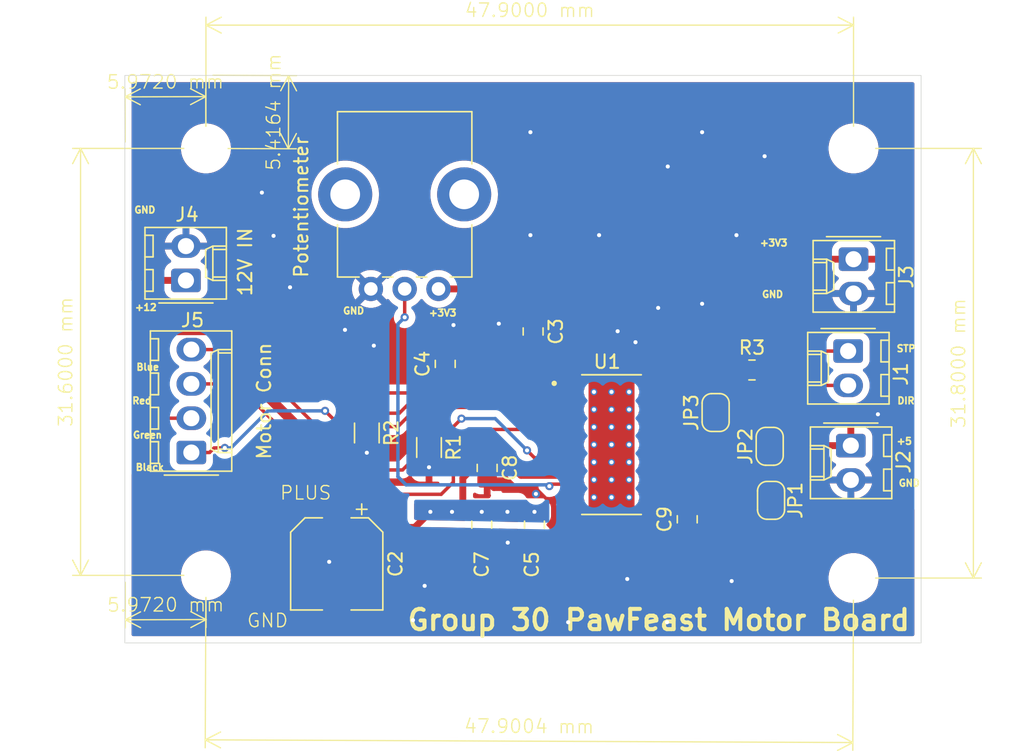
<source format=kicad_pcb>
(kicad_pcb (version 20240108) (generator "pcbnew") (generator_version "8.0")
  (title_block (date "2025-03-31"))
  (layers (0 "F.Cu" signal) (31 "B.Cu" signal) (34 "B.Paste" user) (35 "F.Paste" user) (36 "B.SilkS" user "B.Silkscreen") (37 "F.SilkS" user "F.Silkscreen") (38 "B.Mask" user) (39 "F.Mask" user) (44 "Edge.Cuts" user))
  (net 0 "")
  (net 1 "GND")
  (net 2 "+12V")
  (net 3 "Net-(U1-CP2)")
  (net 4 "Net-(U1-CP1)")
  (net 5 "Net-(U1-VCP)")
  (net 6 "+3V3")
  (net 7 "/STP")
  (net 8 "/DIR")
  (net 9 "+5V")
  (net 10 "Net-(J5-Pin_4)")
  (net 11 "Net-(J5-Pin_1)")
  (net 12 "Net-(J5-Pin_2)")
  (net 13 "Net-(J5-Pin_3)")
  (net 14 "Net-(JP1-B)")
  (net 15 "Net-(JP2-B)")
  (net 16 "Net-(JP3-B)")
  (net 17 "Net-(JP3-A)")
  (net 18 "Net-(U1-ISENB)")
  (net 19 "Net-(U1-ISENA)")
  (net 20 "Net-(U1-AVREF)")
  (footprint "Connector_Molex:Molex_KK-254_AE-6410-02A_1x02_P2.54mm_Vertical" (layer "F.Cu") (at 50.72 49.07 90)
    (property "Reference" "12V IN" (at 1.37 4.38 90) (layer "F.SilkS"))
    (property "Value" "12V Pwr")
    (fp_text user "J4" (at 4.87 0.08 180) (layer "F.SilkS"))
    (pad "1" thru_hole roundrect (at 0 0 90) (size 1.74 2.19) (drill 1.19) (layers "*.Cu" "*.Mask") (roundrect_rratio 0.143678) (net 2 "+12V"))
    (pad "2" thru_hole oval (at 2.54 0 90) (size 1.74 2.19) (drill 1.19) (layers "*.Cu" "*.Mask") (net 1 "GND"))
  )
  (footprint "Resistor_SMD:R_1206_3216Metric" (layer "F.Cu") (at 68.7 61.4375 -90)
    (property "Reference" "R1" (at 0 -1.82 90) (layer "F.SilkS"))
    (property "Value" "0.10")
    (pad "1" smd roundrect (at -1.4625 0 270) (size 1.125 1.75) (layers "F.Cu" "F.Paste" "F.Mask") (roundrect_rratio 0.222222) (net 18 "Net-(U1-ISENB)"))
    (pad "2" smd roundrect (at 1.4625 0 270) (size 1.125 1.75) (layers "F.Cu" "F.Paste" "F.Mask") (roundrect_rratio 0.222222) (net 1 "GND"))
  )
  (footprint "Connector_Molex:Molex_KK-254_AE-6410-02A_1x02_P2.54mm_Vertical" (layer "F.Cu") (at 99.7 54.3 -90)
    (property "Reference" "J1" (at 1.7 -3.9 90) (layer "F.SilkS"))
    (property "Value" "Conn_01x02" (hide yes))
    (pad "1" thru_hole roundrect (at 0 0 270) (size 1.74 2.19) (drill 1.19) (layers "*.Cu" "*.Mask") (roundrect_rratio 0.143678) (net 7 "/STP"))
    (pad "2" thru_hole oval (at 2.54 0 270) (size 1.74 2.19) (drill 1.19) (layers "*.Cu" "*.Mask") (net 8 "/DIR"))
  )
  (footprint "Capacitor_SMD:CP_Elec_6.3x5.8" (layer "F.Cu") (at 61.8744 70.0532 -90)
    (property "Reference" "C2" (at 0 -4.35 -90) (layer "F.SilkS"))
    (property "Value" "100uF")
    (pad "1" smd roundrect (at -2.7 0 270) (size 3.5 1.6) (layers "F.Cu" "F.Paste" "F.Mask") (roundrect_rratio 0.15625) (net 2 "+12V"))
    (pad "2" smd roundrect (at 2.7 0 270) (size 3.5 1.6) (layers "F.Cu" "F.Paste" "F.Mask") (roundrect_rratio 0.15625) (net 1 "GND"))
  )
  (footprint "MountingHole:MountingHole_3.2mm_M3" (layer "F.Cu") (at 100.1 39.3)
    (property "Reference" "H3" (hide yes))
    (property "Value" "MountingHole")
    (pad "" np_thru_hole circle (at 0 0) (size 3.2 3.2) (drill 3.2) (layers "*.Cu" "*.Mask"))
  )
  (footprint "MountingHole:MountingHole_3.2mm_M3" (layer "F.Cu") (at 52.2 39.3)
    (property "Reference" "H1" (hide yes))
    (property "Value" "MountingHole")
    (pad "" np_thru_hole circle (at 0 0) (size 3.2 3.2) (drill 3.2) (layers "*.Cu" "*.Mask"))
  )
  (footprint "Resistor_SMD:R_0805_2012Metric" (layer "F.Cu") (at 92.5875 55.7)
    (property "Reference" "R3" (at 0 -1.65 0) (layer "F.SilkS"))
    (property "Value" "10k")
    (pad "1" smd roundrect (at -0.9125 0) (size 1.025 1.4) (layers "F.Cu" "F.Paste" "F.Mask") (roundrect_rratio 0.243902) (net 16 "Net-(JP3-B)"))
    (pad "2" smd roundrect (at 0.9125 0) (size 1.025 1.4) (layers "F.Cu" "F.Paste" "F.Mask") (roundrect_rratio 0.243902) (net 9 "+5V"))
  )
  (footprint "Capacitor_SMD:C_0805_2012Metric" (layer "F.Cu") (at 72.6 67.15 -90)
    (property "Reference" "C7" (at 2.95 0 90) (layer "F.SilkS"))
    (property "Value" "0.1uF")
    (pad "1" smd roundrect (at -0.95 0 270) (size 1 1.45) (layers "F.Cu" "F.Paste" "F.Mask") (net 2 "+12V"))
    (pad "2" smd roundrect (at 0.95 0 270) (size 1 1.45) (layers "F.Cu" "F.Paste" "F.Mask") (net 1 "GND"))
  )
  (footprint "Jumper:SolderJumper-2_P1.3mm_Bridged_RoundedPad1.0x1.5mm" (layer "F.Cu") (at 94 65.35 -90)
    (property "Reference" "JP1" (at 0 -1.8 90) (layer "F.SilkS"))
    (property "Value" "SolderJumper_2_Bridged" (hide yes))
    (fp_poly (pts (xy 0.25 -0.3) (xy -0.25 -0.3) (xy -0.25 0.3) (xy 0.25 0.3)) (fill solid) (layer "F.Cu"))
    (pad "1" smd custom (at -0.65 0 270) (size 1 0.5) (layers "F.Cu" "F.Mask") (net 9 "+5V") (options (clearance outline) (anchor rect)) (primitives (gr_circle (center 0 0.25) (end 0.5 0.25) (width 0) (fill yes)) (gr_circle (center 0 -0.25) (end 0.5 -0.25) (width 0) (fill yes)) (gr_poly (pts (xy 0.5 0.75) (xy 0 0.75) (xy 0 -0.75) (xy 0.5 -0.75)) (width 0) (fill yes))))
    (pad "2" smd custom (at 0.65 0 270) (size 1 0.5) (layers "F.Cu" "F.Mask") (net 14 "Net-(JP1-B)") (options (clearance outline) (anchor rect)) (primitives (gr_circle (center 0 0.25) (end 0.5 0.25) (width 0) (fill yes)) (gr_circle (center 0 -0.25) (end 0.5 -0.25) (width 0) (fill yes)) (gr_poly (pts (xy 0 0.75) (xy -0.5 0.75) (xy -0.5 -0.75) (xy 0 -0.75)) (width 0) (fill yes))))
  )
  (footprint "Jumper:SolderJumper-2_P1.3mm_Bridged_RoundedPad1.0x1.5mm" (layer "F.Cu") (at 89.9 58.85 90)
    (property "Reference" "JP3" (at 0 -1.8 90) (layer "F.SilkS"))
    (property "Value" "SolderJumper_2_Bridged" (hide yes))
    (fp_poly (pts (xy 0.25 -0.3) (xy -0.25 -0.3) (xy -0.25 0.3) (xy 0.25 0.3)) (fill solid) (layer "F.Cu"))
    (pad "1" smd custom (at -0.65 0 90) (size 1 0.5) (layers "F.Cu" "F.Mask") (net 17 "Net-(JP3-A)") (options (clearance outline) (anchor rect)) (primitives (gr_circle (center 0 0.25) (end 0.5 0.25) (width 0) (fill yes)) (gr_circle (center 0 -0.25) (end 0.5 -0.25) (width 0) (fill yes)) (gr_poly (pts (xy 0.5 0.75) (xy 0 0.75) (xy 0 -0.75) (xy 0.5 -0.75)) (width 0) (fill yes))))
    (pad "2" smd custom (at 0.65 0 90) (size 1 0.5) (layers "F.Cu" "F.Mask") (net 16 "Net-(JP3-B)") (options (clearance outline) (anchor rect)) (primitives (gr_circle (center 0 0.25) (end 0.5 0.25) (width 0) (fill yes)) (gr_circle (center 0 -0.25) (end 0.5 -0.25) (width 0) (fill yes)) (gr_poly (pts (xy 0 0.75) (xy -0.5 0.75) (xy -0.5 -0.75) (xy 0 -0.75)) (width 0) (fill yes))))
  )
  (footprint "Capacitor_SMD:C_0805_2012Metric" (layer "F.Cu") (at 69.9 55.25 90)
    (property "Reference" "C4" (at 0 -1.68 90) (layer "F.SilkS"))
    (property "Value" "0.1uF")
    (pad "1" smd roundrect (at -0.95 0 90) (size 1 1.45) (layers "F.Cu" "F.Paste" "F.Mask") (net 2 "+12V"))
    (pad "2" smd roundrect (at 0.95 0 90) (size 1 1.45) (layers "F.Cu" "F.Paste" "F.Mask") (net 5 "Net-(U1-VCP)"))
  )
  (footprint "Capacitor_SMD:C_0805_2012Metric" (layer "F.Cu") (at 76.5 67.15 -90)
    (property "Reference" "C5" (at 2.954 0.2 90) (layer "F.SilkS"))
    (property "Value" "4.7uF")
    (pad "1" smd roundrect (at -0.95 0 270) (size 1 1.45) (layers "F.Cu" "F.Paste" "F.Mask") (net 2 "+12V"))
    (pad "2" smd roundrect (at 0.95 0 270) (size 1 1.45) (layers "F.Cu" "F.Paste" "F.Mask") (net 1 "GND"))
  )
  (footprint "Connector_Molex:Molex_KK-254_AE-6410-04A_1x04_P2.54mm_Vertical" (layer "F.Cu") (at 51.12 61.81 90)
    (property "Reference" "Motor Conn" (at 3.81 5.38 90) (layer "F.SilkS"))
    (property "Value" "J5" (at 9.7908 0.0864 180) (layer "F.SilkS"))
    (pad "1" thru_hole roundrect (at 0 0 90) (size 1.74 2.19) (drill 1.19) (layers "*.Cu" "*.Mask") (roundrect_rratio 0.143678) (net 11 "Net-(J5-Pin_1)"))
    (pad "2" thru_hole oval (at 2.54 0 90) (size 1.74 2.19) (drill 1.19) (layers "*.Cu" "*.Mask") (net 12 "Net-(J5-Pin_2)"))
    (pad "3" thru_hole oval (at 5.08 0 90) (size 1.74 2.19) (drill 1.19) (layers "*.Cu" "*.Mask") (net 13 "Net-(J5-Pin_3)"))
    (pad "4" thru_hole oval (at 7.62 0 90) (size 1.74 2.19) (drill 1.19) (layers "*.Cu" "*.Mask") (net 10 "Net-(J5-Pin_4)"))
  )
  (footprint "Resistor_SMD:R_1206_3216Metric" (layer "F.Cu") (at 64.1 60.3625 -90)
    (property "Reference" "R2" (at 0 -1.82 90) (layer "F.SilkS"))
    (property "Value" "0.10")
    (pad "1" smd roundrect (at -1.4625 0 270) (size 1.125 1.75) (layers "F.Cu" "F.Paste" "F.Mask") (roundrect_rratio 0.222222) (net 19 "Net-(U1-ISENA)"))
    (pad "2" smd roundrect (at 1.4625 0 270) (size 1.125 1.75) (layers "F.Cu" "F.Paste" "F.Mask") (roundrect_rratio 0.222222) (net 1 "GND"))
  )
  (footprint "MountingHole:MountingHole_3.2mm_M3" (layer "F.Cu") (at 52.2 70.9)
    (property "Reference" "H4" (hide yes))
    (property "Value" "MountingHole")
    (pad "" np_thru_hole circle (at 0 0) (size 3.2 3.2) (drill 3.2) (layers "*.Cu" "*.Mask"))
  )
  (footprint "Capacitor_SMD:C_0805_2012Metric" (layer "F.Cu") (at 87.8 66.75 90)
    (property "Reference" "C9" (at 0 -1.68 90) (layer "F.SilkS"))
    (property "Value" "0.47uF")
    (pad "1" smd roundrect (at -0.95 0 90) (size 1 1.45) (layers "F.Cu" "F.Paste" "F.Mask") (net 1 "GND"))
    (pad "2" smd roundrect (at 0.95 0 90) (size 1 1.45) (layers "F.Cu" "F.Paste" "F.Mask") (net 6 "+3V3"))
  )
  (footprint "Potentiometer_THT:Potentiometer_Bourns_PTV09A-1_Single_Vertical" (layer "F.Cu") (at 69.4 49.7 90)
    (property "Reference" "Potentiometer" (at 6.05 -10.15 90) (layer "F.SilkS"))
    (property "Value" "10k")
    (pad "" np_thru_hole circle (at 7 -6.9 90) (size 4 4) (drill 2.2) (layers "F&B.Cu" "*.Mask"))
    (pad "" np_thru_hole circle (at 7 1.9 90) (size 4 4) (drill 2.2) (layers "F&B.Cu" "*.Mask"))
    (pad "1" thru_hole circle (at 0 0 90) (size 1.8 1.8) (drill 1) (layers "*.Cu" "*.Mask") (net 6 "+3V3"))
    (pad "2" thru_hole circle (at 0 -2.5 90) (size 1.8 1.8) (drill 1) (layers "*.Cu" "*.Mask") (net 20 "Net-(U1-AVREF)"))
    (pad "3" thru_hole circle (at 0 -5 90) (size 1.8 1.8) (drill 1) (layers "*.Cu" "*.Mask") (net 1 "GND"))
  )
  (footprint "Connector_Molex:Molex_KK-254_AE-6410-02A_1x02_P2.54mm_Vertical" (layer "F.Cu") (at 99.9 61.3 -90)
    (property "Reference" "J2" (at 1.2 -3.9 90) (layer "F.SilkS"))
    (property "Value" "Conn_01x02" (hide yes))
    (pad "1" thru_hole roundrect (at 0 0 270) (size 1.74 2.19) (drill 1.19) (layers "*.Cu" "*.Mask") (roundrect_rratio 0.143678) (net 9 "+5V"))
    (pad "2" thru_hole oval (at 2.54 0 270) (size 1.74 2.19) (drill 1.19) (layers "*.Cu" "*.Mask") (net 1 "GND"))
  )
  (footprint "Capacitor_SMD:C_0805_2012Metric" (layer "F.Cu") (at 76.4 52.85 -90)
    (property "Reference" "C3" (at 0 -1.68 90) (layer "F.SilkS"))
    (property "Value" "10uF")
    (pad "1" smd roundrect (at -0.95 0 270) (size 1 1.45) (layers "F.Cu" "F.Paste" "F.Mask") (net 4 "Net-(U1-CP1)"))
    (pad "2" smd roundrect (at 0.95 0 270) (size 1 1.45) (layers "F.Cu" "F.Paste" "F.Mask") (net 3 "Net-(U1-CP2)"))
  )
  (footprint "Capacitor_SMD:C_0805_2012Metric" (layer "F.Cu") (at 73 62.95 -90)
    (property "Reference" "C8" (at 0 -1.68 90) (layer "F.SilkS"))
    (property "Value" "0.1uF")
    (pad "1" smd roundrect (at -0.95 0 270) (size 1 1.45) (layers "F.Cu" "F.Paste" "F.Mask") (net 2 "+12V"))
    (pad "2" smd roundrect (at 0.95 0 270) (size 1 1.45) (layers "F.Cu" "F.Paste" "F.Mask") (net 1 "GND"))
  )
  (footprint "MountingHole:MountingHole_3.2mm_M3" (layer "F.Cu") (at 100.1 71.1)
    (property "Reference" "H2" (hide yes))
    (property "Value" "MountingHole")
    (pad "" np_thru_hole circle (at 0 0) (size 3.2 3.2) (drill 3.2) (layers "*.Cu" "*.Mask"))
  )
  (footprint "Jumper:SolderJumper-2_P1.3mm_Bridged_RoundedPad1.0x1.5mm" (layer "F.Cu") (at 93.9 61.35 90)
    (property "Reference" "JP2" (at 0 -1.8 90) (layer "F.SilkS"))
    (property "Value" "SolderJumper_2_Bridged" (hide yes))
    (fp_poly (pts (xy 0.25 -0.3) (xy -0.25 -0.3) (xy -0.25 0.3) (xy 0.25 0.3)) (fill solid) (layer "F.Cu"))
    (pad "1" smd custom (at -0.65 0 90) (size 1 0.5) (layers "F.Cu" "F.Mask") (net 9 "+5V") (options (clearance outline) (anchor rect)) (primitives (gr_circle (center 0 0.25) (end 0.5 0.25) (width 0) (fill yes)) (gr_circle (center 0 -0.25) (end 0.5 -0.25) (width 0) (fill yes)) (gr_poly (pts (xy 0.5 0.75) (xy 0 0.75) (xy 0 -0.75) (xy 0.5 -0.75)) (width 0) (fill yes))))
    (pad "2" smd custom (at 0.65 0 90) (size 1 0.5) (layers "F.Cu" "F.Mask") (net 15 "Net-(JP2-B)") (options (clearance outline) (anchor rect)) (primitives (gr_circle (center 0 0.25) (end 0.5 0.25) (width 0) (fill yes)) (gr_circle (center 0 -0.25) (end 0.5 -0.25) (width 0) (fill yes)) (gr_poly (pts (xy 0 0.75) (xy -0.5 0.75) (xy -0.5 -0.75) (xy 0 -0.75)) (width 0) (fill yes))))
  )
  (footprint "DRV8825:IC_TPS61196PWPRQ1" (layer "F.Cu") (at 82.2 61.225)
    (property "Reference" "U1" (at -0.325 -6.135 0) (layer "F.SilkS"))
    (property "Value" "DRV8825PWPR")
    (pad "1" smd rect (at -2.8 -4.225) (size 1.6 0.3) (layers "F.Cu") (net 4 "Net-(U1-CP1)"))
    (pad "2" smd rect (at -2.8 -3.575) (size 1.6 0.3) (layers "F.Cu") (net 3 "Net-(U1-CP2)"))
    (pad "3" smd rect (at -2.8 -2.925) (size 1.6 0.3) (layers "F.Cu") (net 5 "Net-(U1-VCP)"))
    (pad "4" smd rect (at -2.8 -2.275) (size 1.6 0.3) (layers "F.Cu") (net 2 "+12V"))
    (pad "5" smd rect (at -2.8 -1.625) (size 1.6 0.3) (layers "F.Cu") (net 12 "Net-(J5-Pin_2)"))
    (pad "6" smd rect (at -2.8 -0.975) (size 1.6 0.3) (layers "F.Cu") (net 19 "Net-(U1-ISENA)"))
    (pad "7" smd rect (at -2.8 -0.325) (size 1.6 0.3) (layers "F.Cu") (net 11 "Net-(J5-Pin_1)"))
    (pad "8" smd rect (at -2.8 0.325) (size 1.6 0.3) (layers "F.Cu") (net 10 "Net-(J5-Pin_4)"))
    (pad "9" smd rect (at -2.8 0.975) (size 1.6 0.3) (layers "F.Cu") (net 18 "Net-(U1-ISENB)"))
    (pad "10" smd rect (at -2.8 1.625) (size 1.6 0.3) (layers "F.Cu") (net 13 "Net-(J5-Pin_3)"))
    (pad "11" smd rect (at -2.8 2.275) (size 1.6 0.3) (layers "F.Cu") (net 2 "+12V"))
    (pad "12" smd rect (at -2.8 2.925) (size 1.6 0.3) (layers "F.Cu") (net 20 "Net-(U1-AVREF)"))
    (pad "13" smd rect (at -2.8 3.575) (size 1.6 0.3) (layers "F.Cu") (net 20 "Net-(U1-AVREF)"))
    (pad "14" smd rect (at -2.8 4.225) (size 1.6 0.3) (layers "F.Cu") (net 1 "GND"))
    (pad "15" smd rect (at 2.8 4.225) (size 1.6 0.3) (layers "F.Cu") (net 6 "+3V3"))
    (pad "16" smd rect (at 2.8 3.575) (size 1.6 0.3) (layers "F.Cu") (net 14 "Net-(JP1-B)"))
    (pad "17" smd rect (at 2.8 2.925) (size 1.6 0.3) (layers "F.Cu") (net 15 "Net-(JP2-B)"))
    (pad "18" smd rect (at 2.8 2.275) (size 1.6 0.3) (layers "F.Cu") (net 17 "Net-(JP3-A)"))
    (pad "19" smd rect (at 2.8 1.625) (size 1.6 0.3) (layers "F.Cu"))
    (pad "20" smd rect (at 2.8 0.975) (size 1.6 0.3) (layers "F.Cu") (net 8 "/DIR"))
    (pad "21" smd rect (at 2.8 0.325) (size 1.6 0.3) (layers "F.Cu"))
    (pad "22" smd rect (at 2.8 -0.325) (size 1.6 0.3) (layers "F.Cu") (net 7 "/STP"))
    (pad "23" smd rect (at 2.8 -0.975) (size 1.6 0.3) (layers "F.Cu"))
    (pad "24" smd rect (at 2.8 -1.625) (size 1.6 0.3) (layers "F.Cu"))
    (pad "25" smd rect (at 2.8 -2.275) (size 1.6 0.3) (layers "F.Cu"))
    (pad "26" smd rect (at 2.8 -2.925) (size 1.6 0.3) (layers "F.Cu"))
    (pad "27" smd rect (at 2.8 -3.575) (size 1.6 0.3) (layers "F.Cu"))
    (pad "28" smd rect (at 2.8 -4.225) (size 1.6 0.3) (layers "F.Cu") (net 1 "GND"))
    (pad "29" smd rect (at 0 0) (size 3.4 9.7) (layers "F.Cu"))
    (pad "30" thru_hole circle (at 0 0) (size 0.5 0.5) (drill 0.3) (layers "*.Cu"))
    (pad "31" thru_hole circle (at 0 -1.3) (size 0.5 0.5) (drill 0.3) (layers "*.Cu"))
    (pad "32" thru_hole circle (at 0 -2.6) (size 0.5 0.5) (drill 0.3) (layers "*.Cu"))
    (pad "33" thru_hole circle (at 0 -3.9) (size 0.5 0.5) (drill 0.3) (layers "*.Cu"))
    (pad "34" thru_hole circle (at 0 1.3) (size 0.5 0.5) (drill 0.3) (layers "*.Cu"))
    (pad "35" thru_hole circle (at 0 2.6) (size 0.5 0.5) (drill 0.3) (layers "*.Cu"))
    (pad "36" thru_hole circle (at 0 3.9) (size 0.5 0.5) (drill 0.3) (layers "*.Cu"))
    (pad "37" thru_hole circle (at -1.3 -3.9) (size 0.5 0.5) (drill 0.3) (layers "*.Cu"))
    (pad "38" thru_hole circle (at 1.3 -3.9) (size 0.5 0.5) (drill 0.3) (layers "*.Cu"))
    (pad "39" thru_hole circle (at -1.3 -2.6) (size 0.5 0.5) (drill 0.3) (layers "*.Cu"))
    (pad "40" thru_hole circle (at 1.3 -2.6) (size 0.5 0.5) (drill 0.3) (layers "*.Cu"))
    (pad "41" thru_hole circle (at 1.3 -1.3) (size 0.5 0.5) (drill 0.3) (layers "*.Cu"))
    (pad "42" thru_hole circle (at -1.3 -1.3) (size 0.5 0.5) (drill 0.3) (layers "*.Cu"))
    (pad "43" thru_hole circle (at -1.3 0) (size 0.5 0.5) (drill 0.3) (layers "*.Cu"))
    (pad "44" thru_hole circle (at 1.3 0) (size 0.5 0.5) (drill 0.3) (layers "*.Cu"))
    (pad "45" thru_hole circle (at -1.3 1.3) (size 0.5 0.5) (drill 0.3) (layers "*.Cu"))
    (pad "46" thru_hole circle (at 1.3 1.3) (size 0.5 0.5) (drill 0.3) (layers "*.Cu"))
    (pad "47" thru_hole circle (at -1.3 2.6) (size 0.5 0.5) (drill 0.3) (layers "*.Cu"))
    (pad "48" thru_hole circle (at 1.3 2.6) (size 0.5 0.5) (drill 0.3) (layers "*.Cu"))
    (pad "49" thru_hole circle (at -1.3 3.9) (size 0.5 0.5) (drill 0.3) (layers "*.Cu"))
    (pad "50" thru_hole circle (at 1.3 3.9) (size 0.5 0.5) (drill 0.3) (layers "*.Cu"))
  )
  (footprint "Connector_Molex:Molex_KK-254_AE-6410-02A_1x02_P2.54mm_Vertical" (layer "F.Cu") (at 100.1 47.5 -90)
    (property "Reference" "J3" (at 1.3 -3.9 90) (layer "F.SilkS"))
    (property "Value" "Conn_01x02" (hide yes))
    (pad "1" thru_hole roundrect (at 0 0 270) (size 1.74 2.19) (drill 1.19) (layers "*.Cu" "*.Mask") (roundrect_rratio 0.143678) (net 6 "+3V3"))
    (pad "2" thru_hole oval (at 2.54 0 270) (size 1.74 2.19) (drill 1.19) (layers "*.Cu" "*.Mask") (net 1 "GND"))
  )
  (gr_rect (start 46.2 33.9) (end 105.1 75.9) (stroke (width 0.05)) (fill none) (layer "Edge.Cuts"))
  (gr_text "+3V3" (at 68.6308 51.7652 0) (layer "F.SilkS") (effects (font (size 0.5 0.5) (thickness 0.125) (bold yes)) (justify left bottom)))
  (gr_text "GND" (at 55.1688 74.8284 0) (layer "F.SilkS") (effects (font (size 1 1) (thickness 0.1)) (justify left bottom)))
  (gr_text "DIR" (at 103.2764 58.2676 0) (layer "F.SilkS") (effects (font (size 0.5 0.5) (thickness 0.125) (bold yes)) (justify left bottom)))
  (gr_text "GND" (at 103.378 64.3636 0) (layer "F.SilkS") (effects (font (size 0.5 0.5) (thickness 0.125) (bold yes)) (justify left bottom)))
  (gr_text "+12" (at 46.8884 51.3588 0) (layer "F.SilkS") (effects (font (size 0.5 0.5) (thickness 0.125) (bold yes)) (justify left bottom)))
  (gr_text "GND" (at 62.2808 51.6128 0) (layer "F.SilkS") (effects (font (size 0.5 0.5) (thickness 0.125) (bold yes)) (justify left bottom)))
  (gr_text "PLUS" (at 57.6072 65.3796 0) (layer "F.SilkS") (effects (font (size 1 1) (thickness 0.1)) (justify left bottom)))
  (gr_text "Red\n" (at 46.6852 58.2676 0) (layer "F.SilkS") (effects (font (size 0.5 0.5) (thickness 0.125) (bold yes)) (justify left bottom)))
  (gr_text "+5" (at 103.2256 61.2648 0) (layer "F.SilkS") (effects (font (size 0.5 0.5) (thickness 0.125) (bold yes)) (justify left bottom)))
  (gr_text "Green" (at 46.736 60.8076 0) (layer "F.SilkS") (effects (font (size 0.5 0.5) (thickness 0.125) (bold yes)) (justify left bottom)))
  (gr_text "STP\n" (at 103.2256 54.4068 0) (layer "F.SilkS") (effects (font (size 0.5 0.5) (thickness 0.125) (bold yes)) (justify left bottom)))
  (gr_text "+3V3" (at 93.1164 46.5836 0) (layer "F.SilkS") (effects (font (size 0.5 0.5) (thickness 0.125) (bold yes)) (justify left bottom)))
  (gr_text "Blue" (at 46.99 55.7784 0) (layer "F.SilkS") (effects (font (size 0.5 0.5) (thickness 0.125) (bold yes)) (justify left bottom)))
  (gr_text "Black\n" (at 46.9392 63.1952 0) (layer "F.SilkS") (effects (font (size 0.5 0.5) (thickness 0.125) (bold yes)) (justify left bottom)))
  (gr_text "GND" (at 93.2688 50.3936 0) (layer "F.SilkS") (effects (font (size 0.5 0.5) (thickness 0.125) (bold yes)) (justify left bottom)))
  (gr_text "GND" (at 46.8376 44.1452 0) (layer "F.SilkS") (effects (font (size 0.5 0.5) (thickness 0.125) (bold yes)) (justify left bottom)))
  (gr_text "Group 30 PawFeast Motor Board" (at 66.9544 75.0824 0) (layer "F.SilkS") (effects (font (size 1.5 1.5) (thickness 0.3) (bold yes)) (justify left bottom)))
  (dimension (type aligned) (layer "F.SilkS") (pts (xy 100.1 39.3) (xy 100.1 71.1)) (height -8.866) (gr_text "31.8000 mm" (at 107.866 55.2 90) (layer "F.SilkS") (effects (font (size 1 1) (thickness 0.1)))) (format (prefix "") (suffix "") (units 3) (units_format 1) (precision 4)) (style (thickness 0.1) (arrow_length 1.27) (text_position_mode 0) (extension_height 0.58642) (extension_offset 0.5) keep_text_aligned))
  (dimension (type aligned) (layer "F.SilkS") (pts (xy 52.2 39.3) (xy 46.228 39.3192)) (height 3.833657) (gr_text "5.9720 mm" (at 49.198139 34.375969 0.1842054884) (layer "F.SilkS") (effects (font (size 1 1) (thickness 0.1)))) (format (prefix "") (suffix "") (units 3) (units_format 1) (precision 4)) (style (thickness 0.1) (arrow_length 1.27) (text_position_mode 0) (extension_height 0.58642) (extension_offset 0.5) keep_text_aligned))
  (dimension (type aligned) (layer "F.SilkS") (pts (xy 52.2 70.9) (xy 100.1 71.1)) (height 12.175775) (gr_text "47.9004 mm" (at 76.103755 82.075679 359.7607706) (layer "F.SilkS") (effects (font (size 1 1) (thickness 0.1)))) (format (prefix "") (suffix "") (units 3) (units_format 1) (precision 4)) (style (thickness 0.1) (arrow_length 1.27) (text_position_mode 0) (extension_height 0.58642) (extension_offset 0.5) keep_text_aligned))
  (dimension (type aligned) (layer "F.SilkS") (pts (xy 52.2 39.3) (xy 52.2 70.9)) (height 9.274) (gr_text "31.6000 mm" (at 41.826 55.1 90) (layer "F.SilkS") (effects (font (size 1 1) (thickness 0.1)))) (format (prefix "") (suffix "") (units 3) (units_format 1) (precision 4)) (style (thickness 0.1) (arrow_length 1.27) (text_position_mode 0) (extension_height 0.58642) (extension_offset 0.5) keep_text_aligned))
  (dimension (type aligned) (layer "F.SilkS") (pts (xy 52.2 39.3) (xy 100.1 39.3)) (height -9.1248) (gr_text "47.9000 mm" (at 76.15 29.0752 0) (layer "F.SilkS") (effects (font (size 1 1) (thickness 0.1)))) (format (prefix "") (suffix "") (units 3) (units_format 1) (precision 4)) (style (thickness 0.1) (arrow_length 1.27) (text_position_mode 0) (extension_height 0.58642) (extension_offset 0.5) keep_text_aligned))
  (dimension (type aligned) (layer "F.SilkS") (pts (xy 52.2 39.3) (xy 52.2224 33.8836)) (height 6.096192) (gr_text "5.4164 mm" (at 57.207349 36.612462 89.7630496) (layer "F.SilkS") (effects (font (size 1 1) (thickness 0.1)))) (format (prefix "") (suffix "") (units 3) (units_format 1) (precision 4)) (style (thickness 0.1) (arrow_length 1.27) (text_position_mode 0) (extension_height 0.58642) (extension_offset 0.5) keep_text_aligned))
  (dimension (type aligned) (layer "F.SilkS") (pts (xy 52.2 70.9) (xy 46.228 70.9168)) (height -3.272214) (gr_text "5.9720 mm" (at 49.220111 73.080605 0.1611799325) (layer "F.SilkS") (effects (font (size 1 1) (thickness 0.1)))) (format (prefix "") (suffix "") (units 3) (units_format 1) (precision 4)) (style (thickness 0.1) (arrow_length 1.27) (text_position_mode 0) (extension_height 0.58642) (extension_offset 0.5) keep_text_aligned))
  (segment (start 73.499938 64.399938) (end 76.499717 64.399938) (width 0.508) (layer "F.Cu") (net 1))
  (segment (start 80.992 67.7) (end 83.4136 67.7) (width 0.508) (layer "F.Cu") (net 1))
  (segment (start 73 63.9) (end 73.499938 64.399938) (width 0.508) (layer "F.Cu") (net 1))
  (segment (start 77.632621 65.45) (end 79.4 65.45) (width 0.254) (layer "F.Cu") (net 1))
  (segment (start 76.570428 64.429228) (end 77.561911 65.420711) (width 0.254) (layer "F.Cu") (net 1))
  (segment (start 79.4 66.108) (end 80.992 67.7) (width 0.508) (layer "F.Cu") (net 1))
  (segment (start 83.4136 67.7) (end 87.8 67.7) (width 0.508) (layer "F.Cu") (net 1))
  (segment (start 79.4 65.45) (end 79.4 66.108) (width 0.508) (layer "F.Cu") (net 1))
  (via (at 88.9 38.1) (size 0.6) (drill 0.3) (layers "F.Cu" "B.Cu") (net 1))
  (via (at 78.994 74.3712) (size 0.6) (drill 0.3) (layers "F.Cu" "B.Cu") (net 1))
  (via (at 58.42 49.5808) (size 0.6) (drill 0.3) (layers "F.Cu" "B.Cu") (net 1))
  (via (at 91.44 45.72) (size 0.6) (drill 0.3) (layers "F.Cu" "B.Cu") (net 1))
  (via (at 68.3768 71.6788) (size 0.6) (drill 0.3) (layers "F.Cu" "B.Cu") (net 1))
  (via (at 83.9724 53.6448) (size 0.6) (drill 0.3) (layers "F.Cu" "B.Cu") (net 1))
  (via (at 82.6516 52.832) (size 0.6) (drill 0.3) (layers "F.Cu" "B.Cu") (net 1))
  (via (at 86.3092 74.3712) (size 0.6) (drill 0.3) (layers "F.Cu" "B.Cu") (net 1))
  (via (at 62.484 52.7304) (size 0.6) (drill 0.3) (layers "F.Cu" "B.Cu") (net 1))
  (via (at 88.9 50.8) (size 0.6) (drill 0.3) (layers "F.Cu" "B.Cu") (net 1))
  (via (at 74.5236 68.4784) (size 0.6) (drill 0.3) (layers "F.Cu" "B.Cu") (net 1))
  (via (at 81.28 45.72) (size 0.6) (drill 0.3) (layers "F.Cu" "B.Cu") (net 1))
  (via (at 70.5104 52.3748) (size 0.6) (drill 0.3) (layers "F.Cu" "B.Cu") (net 1))
  (via (at 57.2008 45.7708) (size 0.6) (drill 0.3) (layers "F.Cu" "B.Cu") (net 1))
  (via (at 64.1 61.825) (size 0.6) (drill 0.3) (layers "F.Cu" "B.Cu") (net 1))
  (via (at 76.2 45.72) (size 0.6) (drill 0.3) (layers "F.Cu" "B.Cu") (net 1))
  (via (at 68.7 62.9) (size 0.6) (drill 0.3) (layers "F.Cu" "B.Cu") (net 1))
  (via (at 64.6176 53.8988) (size 0.6) (drill 0.3) (layers "F.Cu" "B.Cu") (net 1))
  (via (at 61.3156 69.9008) (size 0.6) (drill 0.3) (layers "F.Cu" "B.Cu") (net 1))
  (via (at 86.36 40.64) (size 0.6) (drill 0.3) (layers "F.Cu" "B.Cu") (net 1))
  (via (at 91.0844 71.3232) (size 0.6) (drill 0.3) (layers "F.Cu" "B.Cu") (net 1))
  (via (at 83.3628 71.1708) (size 0.6) (drill 0.3) (layers "F.Cu" "B.Cu") (net 1))
  (via (at 76.6064 64.8716) (size 0.6) (drill 0.3) (layers "F.Cu" "B.Cu") (net 1))
  (via (at 101.9048 58.9788) (size 0.6) (drill 0.3) (layers "F.Cu" "B.Cu") (net 1))
  (via (at 76.2 38.1) (size 0.6) (drill 0.3) (layers "F.Cu" "B.Cu") (net 1))
  (via (at 73.8632 52.2732) (size 0.6) (drill 0.3) (layers "F.Cu" "B.Cu") (net 1))
  (via (at 67.5132 74.2188) (size 0.6) (drill 0.3) (layers "F.Cu" "B.Cu") (net 1))
  (via (at 85.6488 51.1048) (size 0.6) (drill 0.3) (layers "F.Cu" "B.Cu") (net 1))
  (via (at 56.3372 42.5704) (size 0.6) (drill 0.3) (layers "F.Cu" "B.Cu") (net 1))
  (via (at 93.5228 39.878) (size 0.6) (drill 0.3) (layers "F.Cu" "B.Cu") (net 1))
  (arc (start 76.570428 64.429228) (mid 76.537986 64.40755) (end 76.499717 64.399938) (width 0.254) (layer "F.Cu") (net 1))
  (arc (start 77.561911 65.420711) (mid 77.594353 65.442388) (end 77.632621 65.45) (width 0.254) (layer "F.Cu") (net 1))
  (segment (start 73 62) (end 74 62) (width 0.508) (layer "F.Cu") (net 2))
  (segment (start 56.578 64.8) (end 59.1312 67.3532) (width 0.508) (layer "F.Cu") (net 2))
  (segment (start 79.4 58.95) (end 78.171658 58.95) (width 0.508) (layer "F.Cu") (net 2))
  (segment (start 78.171658 58.95) (end 76.040658 56.819) (width 0.508) (layer "F.Cu") (net 2))
  (segment (start 47.4 62.8) (end 49.4 64.8) (width 0.508) (layer "F.Cu") (net 2))
  (segment (start 71.6 56.2) (end 69.9 56.2) (width 0.508) (layer "F.Cu") (net 2))
  (segment (start 50.72 49.07) (end 48.03 49.07) (width 0.508) (layer "F.Cu") (net 2))
  (segment (start 72.219 56.819) (end 71.6 56.2) (width 0.508) (layer "F.Cu") (net 2))
  (segment (start 74 62) (end 75.5 63.5) (width 0.508) (layer "F.Cu") (net 2))
  (segment (start 49.4 64.8) (end 56.578 64.8) (width 0.508) (layer "F.Cu") (net 2))
  (segment (start 72.9 62) (end 71.2 63.7) (width 0.508) (layer "F.Cu") (net 2))
  (segment (start 71.2 63.7) (end 71.2 66.2) (width 0.508) (layer "F.Cu") (net 2))
  (segment (start 47.4 49.7) (end 47.4 62.8) (width 0.508) (layer "F.Cu") (net 2))
  (segment (start 59.1312 67.3532) (end 61.8744 67.3532) (width 0.508) (layer "F.Cu") (net 2))
  (segment (start 48.03 49.07) (end 47.4 49.7) (width 0.508) (layer "F.Cu") (net 2))
  (segment (start 76.040658 56.819) (end 72.219 56.819) (width 0.508) (layer "F.Cu") (net 2))
  (segment (start 67.6468 67.3532) (end 68.8 66.2) (width 0.508) (layer "F.Cu") (net 2))
  (segment (start 61.8744 67.3532) (end 67.6468 67.3532) (width 0.508) (layer "F.Cu") (net 2))
  (segment (start 75.5 63.5) (end 79.4 63.5) (width 0.508) (layer "F.Cu") (net 2))
  (segment (start 73 62) (end 72.9 62) (width 0.508) (layer "F.Cu") (net 2))
  (via (at 74.5 66.2) (size 0.6) (drill 0.3) (layers "F.Cu" "B.Cu") (net 2))
  (via (at 70.4 66.2) (size 0.6) (drill 0.3) (layers "F.Cu" "B.Cu") (net 2))
  (via (at 68.8 66.2) (size 0.6) (drill 0.3) (layers "F.Cu" "B.Cu") (net 2))
  (via (at 72.6 66.2) (size 0.6) (drill 0.3) (layers "F.Cu" "B.Cu") (net 2))
  (via (at 76.5 66.2) (size 0.6) (drill 0.3) (layers "F.Cu" "B.Cu") (net 2))
  (segment (start 76.4 55.704) (end 76.4 53.8) (width 0.254) (layer "F.Cu") (net 3))
  (segment (start 78.346 57.65) (end 76.4 55.704) (width 0.254) (layer "F.Cu") (net 3))
  (segment (start 79.4 57.65) (end 78.346 57.65) (width 0.254) (layer "F.Cu") (net 3))
  (segment (start 76.4 51.9) (end 78.5 51.9) (width 0.254) (layer "F.Cu") (net 4))
  (segment (start 79.4 57) (end 79.4 52.8) (width 0.254) (layer "F.Cu") (net 4))
  (segment (start 78.5 51.9) (end 79.4 52.8) (width 0.254) (layer "F.Cu") (net 4))
  (segment (start 78.346 58.3) (end 79.4 58.3) (width 0.254) (layer "F.Cu") (net 5))
  (segment (start 76.284 56.238) (end 78.346 58.3) (width 0.254) (layer "F.Cu") (net 5))
  (segment (start 72.062 54.3) (end 74 56.238) (width 0.254) (layer "F.Cu") (net 5))
  (segment (start 74 56.238) (end 76.284 56.238) (width 0.254) (layer "F.Cu") (net 5))
  (segment (start 69.9 54.3) (end 72.062 54.3) (width 0.254) (layer "F.Cu") (net 5))
  (segment (start 95.7 68) (end 91.9 68) (width 0.508) (layer "F.Cu") (net 6))
  (segment (start 91.9 68) (end 89.7 65.8) (width 0.508) (layer "F.Cu") (net 6))
  (segment (start 104.2 65.1) (end 102.4 66.9) (width 0.508) (layer "F.Cu") (net 6))
  (segment (start 85 65.45) (end 86.05 65.45) (width 0.508) (layer "F.Cu") (net 6))
  (segment (start 89.7 65.8) (end 87.8 65.8) (width 0.508) (layer "F.Cu") (net 6))
  (segment (start 104.2 49) (end 104.2 65.1) (width 0.508) (layer "F.Cu") (net 6))
  (segment (start 86.4 65.8) (end 87.8 65.8) (width 0.508) (layer "F.Cu") (net 6))
  (segment (start 85.4 47.5) (end 100.1 47.5) (width 0.508) (layer "F.Cu") (net 6))
  (segment (start 102.4 66.9) (end 96.8 66.9) (width 0.508) (layer "F.Cu") (net 6))
  (segment (start 83.2 49.7) (end 85.4 47.5) (width 0.508) (layer "F.Cu") (net 6))
  (segment (start 102.7 47.5) (end 104.2 49) (width 0.508) (layer "F.Cu") (net 6))
  (segment (start 96.8 66.9) (end 95.7 68) (width 0.508) (layer "F.Cu") (net 6))
  (segment (start 86.05 65.45) (end 86.4 65.8) (width 0.508) (layer "F.Cu") (net 6))
  (segment (start 69.4 49.7) (end 83.2 49.7) (width 0.508) (layer "F.Cu") (net 6))
  (segment (start 100.1 47.5) (end 102.7 47.5) (width 0.508) (layer "F.Cu") (net 6))
  (segment (start 87.2 53.7) (end 88.1 52.8) (width 0.254) (layer "F.Cu") (net 7))
  (segment (start 86.5 60.9) (end 87.2 60.2) (width 0.254) (layer "F.Cu") (net 7))
  (segment (start 87.2 60.2) (end 87.2 53.7) (width 0.254) (layer "F.Cu") (net 7))
  (segment (start 99.7 54.3) (end 96.9 54.3) (width 0.254) (layer "F.Cu") (net 7))
  (segment (start 88.1 52.8) (end 95.4 52.8) (width 0.254) (layer "F.Cu") (net 7))
  (segment (start 95.4 52.8) (end 96.9 54.3) (width 0.254) (layer "F.Cu") (net 7))
  (segment (start 85 60.9) (end 86.5 60.9) (width 0.254) (layer "F.Cu") (net 7))
  (segment (start 85 62.2) (end 86.3 62.2) (width 0.254) (layer "F.Cu") (net 8))
  (segment (start 88 60.5) (end 88 55.8) (width 0.254) (layer "F.Cu") (net 8))
  (segment (start 86.3 62.2) (end 88 60.5) (width 0.254) (layer "F.Cu") (net 8))
  (segment (start 97.34 56.84) (end 99.7 56.84) (width 0.254) (layer "F.Cu") (net 8))
  (segment (start 88 55.8) (end 89.7 54.1) (width 0.254) (layer "F.Cu") (net 8))
  (segment (start 94.6 54.1) (end 97.34 56.84) (width 0.254) (layer "F.Cu") (net 8))
  (segment (start 89.7 54.1) (end 94.6 54.1) (width 0.254) (layer "F.Cu") (net 8))
  (segment (start 93.9 64.6) (end 94 64.7) (width 0.508) (layer "F.Cu") (net 9))
  (segment (start 94.7 58.9) (end 93.5 57.7) (width 0.508) (layer "F.Cu") (net 9))
  (segment (start 93.9 62) (end 93.9 64.6) (width 0.508) (layer "F.Cu") (net 9))
  (segment (start 94 64.7) (end 95.5 64.7) (width 0.508) (layer "F.Cu") (net 9))
  (segment (start 93.5 57.7) (end 93.5 55.7) (width 0.508) (layer "F.Cu") (net 9))
  (segment (start 96 64.2) (end 96 62.7) (width 0.508) (layer "F.Cu") (net 9))
  (segment (start 99.9 59.6) (end 99.2 58.9) (width 0.508) (layer "F.Cu") (net 9))
  (segment (start 99.2 58.9) (end 94.7 58.9) (width 0.508) (layer "F.Cu") (net 9))
  (segment (start 99.9 61.3) (end 99.9 59.6) (width 0.508) (layer "F.Cu") (net 9))
  (segment (start 99.9 61.3) (end 97.4 61.3) (width 0.508) (layer "F.Cu") (net 9))
  (segment (start 95.5 64.7) (end 96 64.2) (width 0.508) (layer "F.Cu") (net 9))
  (segment (start 96 62.7) (end 97.4 61.3) (width 0.508) (layer "F.Cu") (net 9))
  (segment (start 79.4 61.55) (end 77.865896 61.55) (width 0.254) (layer "F.Cu") (net 10))
  (segment (start 71.7 60.1) (end 70.9 60.9) (width 0.254) (layer "F.Cu") (net 10))
  (segment (start 70.9 60.9) (end 68.939572 60.9) (width 0.254) (layer "F.Cu") (net 10))
  (segment (start 76.415896 60.1) (end 71.7 60.1) (width 0.254) (layer "F.Cu") (net 10))
  (segment (start 63.614572 63.1) (end 54.704572 54.19) (width 0.254) (layer "F.Cu") (net 10))
  (segment (start 77.865896 61.55) (end 76.415896 60.1) (width 0.254) (layer "F.Cu") (net 10))
  (segment (start 68.939572 60.9) (end 66.739572 63.1) (width 0.254) (layer "F.Cu") (net 10))
  (segment (start 66.739572 63.1) (end 63.614572 63.1) (width 0.254) (layer "F.Cu") (net 10))
  (segment (start 54.704572 54.19) (end 51.12 54.19) (width 0.254) (layer "F.Cu") (net 10))
  (segment (start 77.857948 60.9) (end 75.428748 58.4708) (width 0.254) (layer "F.Cu") (net 11))
  (segment (start 79.4 60.9) (end 77.857948 60.9) (width 0.254) (layer "F.Cu") (net 11))
  (segment (start 75.428748 58.4708) (end 67.818 58.4708) (width 0.254) (layer "F.Cu") (net 11))
  (segment (start 52.8048 61.468) (end 52.4628 61.81) (width 0.254) (layer "F.Cu") (net 11))
  (segment (start 52.4628 61.81) (end 51.12 61.81) (width 0.254) (layer "F.Cu") (net 11))
  (segment (start 67.818 58.4708) (end 66.3956 59.8932) (width 0.254) (layer "F.Cu") (net 11))
  (segment (start 66.3956 59.8932) (end 62.1792 59.8932) (width 0.254) (layer "F.Cu") (net 11))
  (segment (start 53.594 61.468) (end 52.8048 61.468) (width 0.254) (layer "F.Cu") (net 11))
  (segment (start 62.1792 59.8932) (end 61.0108 58.7248) (width 0.254) (layer "F.Cu") (net 11))
  (via (at 53.594 61.468) (size 0.6) (drill 0.3) (layers "F.Cu" "B.Cu") (net 11))
  (via (at 61.0108 58.7248) (size 0.6) (drill 0.3) (layers "F.Cu" "B.Cu") (net 11))
  (segment (start 56.7944 58.7248) (end 61.0108 58.7248) (width 0.254) (layer "B.Cu") (net 11))
  (segment (start 54.0512 61.468) (end 56.7944 58.7248) (width 0.254) (layer "B.Cu") (net 11))
  (segment (start 53.594 61.468) (end 54.0512 61.468) (width 0.254) (layer "B.Cu") (net 11))
  (segment (start 61.6672 57.4) (end 57.2602 52.993) (width 0.254) (layer "F.Cu") (net 12))
  (segment (start 48.3108 58.5724) (end 49.022 59.2836) (width 0.254) (layer "F.Cu") (net 12))
  (segment (start 79.4 59.6) (end 77.842052 59.6) (width 0.254) (layer "F.Cu") (net 12))
  (segment (start 48.3108 54.3052) (end 48.3108 58.5724) (width 0.254) (layer "F.Cu") (net 12))
  (segment (start 49.623 52.993) (end 48.3108 54.3052) (width 0.254) (layer "F.Cu") (net 12))
  (segment (start 49.276 59.2836) (end 49.2896 59.27) (width 0.254) (layer "F.Cu") (net 12))
  (segment (start 49.022 59.2836) (end 49.276 59.2836) (width 0.254) (layer "F.Cu") (net 12))
  (segment (start 57.2602 52.993) (end 49.623 52.993) (width 0.254) (layer "F.Cu") (net 12))
  (segment (start 77.842052 59.6) (end 75.642052 57.4) (width 0.254) (layer "F.Cu") (net 12))
  (segment (start 75.642052 57.4) (end 61.6672 57.4) (width 0.254) (layer "F.Cu") (net 12))
  (segment (start 49.2896 59.27) (end 51.12 59.27) (width 0.254) (layer "F.Cu") (net 12))
  (segment (start 79.4 62.85) (end 75.671658 62.85) (width 0.254) (layer "F.Cu") (net 13))
  (segment (start 54.43 56.73) (end 51.12 56.73) (width 0.254) (layer "F.Cu") (net 13))
  (segment (start 62.6 64.9) (end 54.43 56.73) (width 0.254) (layer "F.Cu") (net 13))
  (segment (start 70.5 62.378342) (end 70.5 64) (width 0.254) (layer "F.Cu") (net 13))
  (segment (start 70.5 64) (end 69.6 64.9) (width 0.254) (layer "F.Cu") (net 13))
  (segment (start 71.705342 61.173) (end 70.5 62.378342) (width 0.254) (layer "F.Cu") (net 13))
  (segment (start 69.6 64.9) (end 62.6 64.9) (width 0.254) (layer "F.Cu") (net 13))
  (segment (start 75.671658 62.85) (end 73.994658 61.173) (width 0.254) (layer "F.Cu") (net 13))
  (segment (start 73.994658 61.173) (end 71.705342 61.173) (width 0.254) (layer "F.Cu") (net 13))
  (segment (start 92.4 66) (end 94 66) (width 0.254) (layer "F.Cu") (net 14))
  (segment (start 85 64.8) (end 91.2 64.8) (width 0.254) (layer "F.Cu") (net 14))
  (segment (start 91.2 64.8) (end 92.4 66) (width 0.254) (layer "F.Cu") (net 14))
  (segment (start 91.9 60.7) (end 88.45 64.15) (width 0.254) (layer "F.Cu") (net 15))
  (segment (start 93.9 60.7) (end 91.9 60.7) (width 0.254) (layer "F.Cu") (net 15))
  (segment (start 88.45 64.15) (end 85 64.15) (width 0.254) (layer "F.Cu") (net 15))
  (segment (start 91.675 55.7) (end 90.6 55.7) (width 0.254) (layer "F.Cu") (net 16))
  (segment (start 90.6 55.7) (end 89.9 56.4) (width 0.254) (layer "F.Cu") (net 16))
  (segment (start 89.9 56.4) (end 89.9 58.2) (width 0.254) (layer "F.Cu") (net 16))
  (segment (start 88.3 63.5) (end 85 63.5) (width 0.254) (layer "F.Cu") (net 17))
  (segment (start 89.9 59.5) (end 89.9 61.9) (width 0.254) (layer "F.Cu") (net 17))
  (segment (start 89.9 61.9) (end 88.3 63.5) (width 0.254) (layer "F.Cu") (net 17))
  (segment (start 76.5 62.2) (end 79.4 62.2) (width 0.254) (layer "F.Cu") (net 18))
  (segment (start 70.425 59.975) (end 68.7 59.975) (width 0.254) (layer "F.Cu") (net 18))
  (segment (start 75.95 61.65) (end 76.5 62.2) (width 0.254) (layer "F.Cu") (net 18))
  (segment (start 71.1 59.3) (end 70.425 59.975) (width 0.254) (layer "F.Cu") (net 18))
  (via (at 75.95 61.65) (size 0.6) (drill 0.3) (layers "F.Cu" "B.Cu") (net 18))
  (via (at 71.1 59.3) (size 0.6) (drill 0.3) (layers "F.Cu" "B.Cu") (net 18))
  (segment (start 75.95 61.65) (end 73.6 59.3) (width 0.254) (layer "B.Cu") (net 18))
  (segment (start 73.6 59.3) (end 71.1 59.3) (width 0.254) (layer "B.Cu") (net 18))
  (segment (start 67.5 57.9) (end 75.5 57.9) (width 0.254) (layer "F.Cu") (net 19))
  (segment (start 64.1 58.9) (end 66.5 58.9) (width 0.254) (layer "F.Cu") (net 19))
  (segment (start 75.5 57.9) (end 77.85 60.25) (width 0.254) (layer "F.Cu") (net 19))
  (segment (start 77.85 60.25) (end 79.4 60.25) (width 0.254) (layer "F.Cu") (net 19))
  (segment (start 66.5 58.9) (end 67.5 57.9) (width 0.254) (layer "F.Cu") (net 19))
  (segment (start 77.75 64.15) (end 77.6 64.3) (width 0.254) (layer "F.Cu") (net 20))
  (segment (start 79.4 64.15) (end 77.75 64.15) (width 0.254) (layer "F.Cu") (net 20))
  (segment (start 79.4 64.15) (end 79.4 64.8) (width 0.254) (layer "F.Cu") (net 20))
  (segment (start 66.9 51.8) (end 66.9 49.7) (width 0.254) (layer "F.Cu") (net 20))
  (via (at 66.9 51.8) (size 0.6) (drill 0.3) (layers "F.Cu" "B.Cu") (net 20))
  (via (at 77.6 64.3) (size 0.6) (drill 0.3) (layers "F.Cu" "B.Cu") (net 20))
  (segment (start 66.4 52.3) (end 66.4 63.6) (width 0.254) (layer "B.Cu") (net 20))
  (segment (start 66.4 63.6) (end 67 64.2) (width 0.254) (layer "B.Cu") (net 20))
  (segment (start 67 64.2) (end 77.5 64.2) (width 0.254) (layer "B.Cu") (net 20))
  (segment (start 66.9 51.8) (end 66.4 52.3) (width 0.254) (layer "B.Cu") (net 20))
  (segment (start 77.5 64.2) (end 77.6 64.3) (width 0.254) (layer "B.Cu") (net 20))
  (zone (net 1) (net_name "GND") (layers "F&B.Cu") (connect_pads (clearance 0.5)) (min_thickness 0.25) (fill yes (thermal_gap 0.5) (thermal_bridge_width 0.5))
    (polygon (pts (xy 45.9 32.4) (xy 105.5 32.6) (xy 105.7 75.8) (xy 46.1 75.6)))
  )
  (zone (net 2) (net_name "+12V") (layers "F&B.Cu") (priority 1) (connect_pads (clearance 0.5)) (min_thickness 0.25) (fill yes (thermal_gap 0.5) (thermal_bridge_width 0.5))
    (polygon (pts (xy 67.6 65.3) (xy 77.6 65.3) (xy 77.6 67) (xy 67.6 66.8)))
  )
)
</source>
